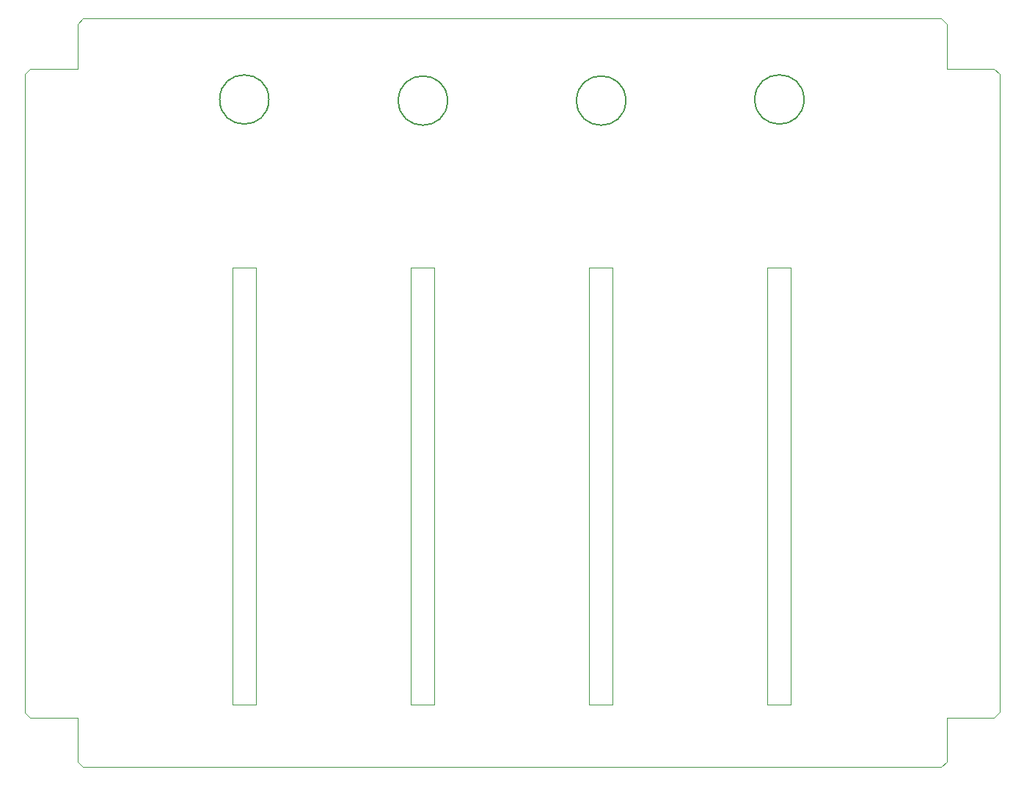
<source format=gbr>
%TF.GenerationSoftware,KiCad,Pcbnew,(5.1.6-0-10_14)*%
%TF.CreationDate,2020-10-11T14:19:36+01:00*%
%TF.ProjectId,ActiveSplitterPedalWithDigitalPeakDetector,41637469-7665-4537-906c-697474657250,rev?*%
%TF.SameCoordinates,Original*%
%TF.FileFunction,Legend,Bot*%
%TF.FilePolarity,Positive*%
%FSLAX46Y46*%
G04 Gerber Fmt 4.6, Leading zero omitted, Abs format (unit mm)*
G04 Created by KiCad (PCBNEW (5.1.6-0-10_14)) date 2020-10-11 14:19:36*
%MOMM*%
%LPD*%
G01*
G04 APERTURE LIST*
%TA.AperFunction,Profile*%
%ADD10C,0.050000*%
%TD*%
%TA.AperFunction,Profile*%
%ADD11C,0.150000*%
%TD*%
G04 APERTURE END LIST*
D10*
X168338500Y-73406000D02*
X168338500Y-123888500D01*
X168338500Y-123888500D02*
X165608000Y-123888500D01*
X165608000Y-73406000D02*
X168338500Y-73406000D01*
X165608000Y-123888500D02*
X165608000Y-73406000D01*
X147764500Y-73406000D02*
X147764500Y-123888500D01*
X147764500Y-123888500D02*
X145034000Y-123888500D01*
X145034000Y-73406000D02*
X147764500Y-73406000D01*
X145034000Y-123888500D02*
X145034000Y-73406000D01*
X127190500Y-73406000D02*
X127190500Y-123888500D01*
X127190500Y-123888500D02*
X124460000Y-123888500D01*
X124460000Y-73406000D02*
X127190500Y-73406000D01*
X124460000Y-123888500D02*
X124460000Y-73406000D01*
X103886000Y-123888500D02*
X103886000Y-73406000D01*
X106616500Y-123888500D02*
X103886000Y-123888500D01*
X106616500Y-73406000D02*
X106616500Y-123888500D01*
X103886000Y-73406000D02*
X106616500Y-73406000D01*
D11*
X169844806Y-53975000D02*
G75*
G03*
X169844806Y-53975000I-2839806J0D01*
G01*
X149270806Y-54102000D02*
G75*
G03*
X149270806Y-54102000I-2839806J0D01*
G01*
X128696806Y-54102000D02*
G75*
G03*
X128696806Y-54102000I-2839806J0D01*
G01*
X108077000Y-53975000D02*
G75*
G03*
X108077000Y-53975000I-2839806J0D01*
G01*
D10*
X186309000Y-130429000D02*
X185674000Y-131064000D01*
X186309000Y-125349000D02*
X186309000Y-130429000D01*
X191770000Y-125349000D02*
X186309000Y-125349000D01*
X192405000Y-124714000D02*
X191770000Y-125349000D01*
X192405000Y-51054000D02*
X192405000Y-124714000D01*
X191770000Y-50419000D02*
X192405000Y-51054000D01*
X186309000Y-50419000D02*
X191770000Y-50419000D01*
X186309000Y-45275500D02*
X186309000Y-50419000D01*
X185674000Y-44640500D02*
X186309000Y-45275500D01*
X86614000Y-44640500D02*
X185674000Y-44640500D01*
X85979000Y-45275500D02*
X86614000Y-44640500D01*
X85979000Y-50419000D02*
X85979000Y-45275500D01*
X80518000Y-50419000D02*
X85979000Y-50419000D01*
X79883000Y-51054000D02*
X80518000Y-50419000D01*
X79883000Y-124777500D02*
X79883000Y-51054000D01*
X80518000Y-125412500D02*
X79883000Y-124777500D01*
X85979000Y-125412500D02*
X80518000Y-125412500D01*
X85979000Y-130429000D02*
X85979000Y-125412500D01*
X86614000Y-131064000D02*
X85979000Y-130429000D01*
X185674000Y-131064000D02*
X86614000Y-131064000D01*
M02*

</source>
